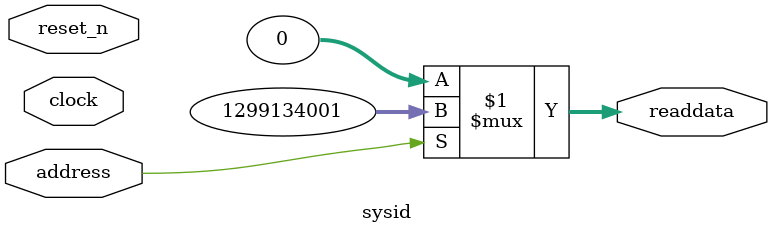
<source format=v>

`timescale 1ns / 1ps
// synthesis translate_on

// turn off superfluous verilog processor warnings 
// altera message_level Level1 
// altera message_off 10034 10035 10036 10037 10230 10240 10030 

module sysid (
               // inputs:
                address,
                clock,
                reset_n,

               // outputs:
                readdata
             )
;

  output  [ 31: 0] readdata;
  input            address;
  input            clock;
  input            reset_n;

  wire    [ 31: 0] readdata;
  //control_slave, which is an e_avalon_slave
  assign readdata = address ? 1299134001 : 0;

endmodule


</source>
